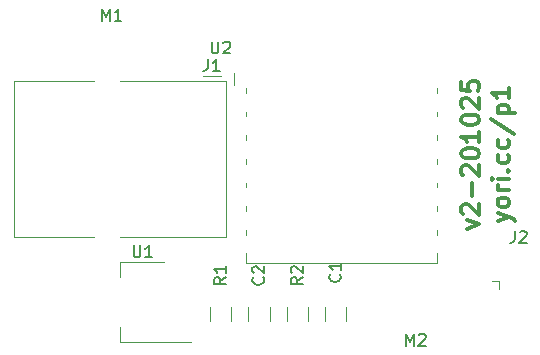
<source format=gbr>
%TF.GenerationSoftware,KiCad,Pcbnew,5.1.6-1*%
%TF.CreationDate,2020-10-25T22:15:29+01:00*%
%TF.ProjectId,meterkast,6d657465-726b-4617-9374-2e6b69636164,rev?*%
%TF.SameCoordinates,Original*%
%TF.FileFunction,Legend,Top*%
%TF.FilePolarity,Positive*%
%FSLAX46Y46*%
G04 Gerber Fmt 4.6, Leading zero omitted, Abs format (unit mm)*
G04 Created by KiCad (PCBNEW 5.1.6-1) date 2020-10-25 22:15:29*
%MOMM*%
%LPD*%
G01*
G04 APERTURE LIST*
%ADD10C,0.300000*%
%ADD11C,0.120000*%
%ADD12C,0.100000*%
%ADD13C,0.150000*%
G04 APERTURE END LIST*
D10*
X108153571Y-131785714D02*
X109153571Y-131428571D01*
X108153571Y-131071428D01*
X107796428Y-130571428D02*
X107725000Y-130500000D01*
X107653571Y-130357142D01*
X107653571Y-130000000D01*
X107725000Y-129857142D01*
X107796428Y-129785714D01*
X107939285Y-129714285D01*
X108082142Y-129714285D01*
X108296428Y-129785714D01*
X109153571Y-130642857D01*
X109153571Y-129714285D01*
X108582142Y-129071428D02*
X108582142Y-127928571D01*
X107796428Y-127285714D02*
X107725000Y-127214285D01*
X107653571Y-127071428D01*
X107653571Y-126714285D01*
X107725000Y-126571428D01*
X107796428Y-126500000D01*
X107939285Y-126428571D01*
X108082142Y-126428571D01*
X108296428Y-126500000D01*
X109153571Y-127357142D01*
X109153571Y-126428571D01*
X107653571Y-125500000D02*
X107653571Y-125357142D01*
X107725000Y-125214285D01*
X107796428Y-125142857D01*
X107939285Y-125071428D01*
X108225000Y-125000000D01*
X108582142Y-125000000D01*
X108867857Y-125071428D01*
X109010714Y-125142857D01*
X109082142Y-125214285D01*
X109153571Y-125357142D01*
X109153571Y-125500000D01*
X109082142Y-125642857D01*
X109010714Y-125714285D01*
X108867857Y-125785714D01*
X108582142Y-125857142D01*
X108225000Y-125857142D01*
X107939285Y-125785714D01*
X107796428Y-125714285D01*
X107725000Y-125642857D01*
X107653571Y-125500000D01*
X109153571Y-123571428D02*
X109153571Y-124428571D01*
X109153571Y-124000000D02*
X107653571Y-124000000D01*
X107867857Y-124142857D01*
X108010714Y-124285714D01*
X108082142Y-124428571D01*
X107653571Y-122642857D02*
X107653571Y-122500000D01*
X107725000Y-122357142D01*
X107796428Y-122285714D01*
X107939285Y-122214285D01*
X108225000Y-122142857D01*
X108582142Y-122142857D01*
X108867857Y-122214285D01*
X109010714Y-122285714D01*
X109082142Y-122357142D01*
X109153571Y-122500000D01*
X109153571Y-122642857D01*
X109082142Y-122785714D01*
X109010714Y-122857142D01*
X108867857Y-122928571D01*
X108582142Y-123000000D01*
X108225000Y-123000000D01*
X107939285Y-122928571D01*
X107796428Y-122857142D01*
X107725000Y-122785714D01*
X107653571Y-122642857D01*
X107796428Y-121571428D02*
X107725000Y-121500000D01*
X107653571Y-121357142D01*
X107653571Y-121000000D01*
X107725000Y-120857142D01*
X107796428Y-120785714D01*
X107939285Y-120714285D01*
X108082142Y-120714285D01*
X108296428Y-120785714D01*
X109153571Y-121642857D01*
X109153571Y-120714285D01*
X107653571Y-119357142D02*
X107653571Y-120071428D01*
X108367857Y-120142857D01*
X108296428Y-120071428D01*
X108225000Y-119928571D01*
X108225000Y-119571428D01*
X108296428Y-119428571D01*
X108367857Y-119357142D01*
X108510714Y-119285714D01*
X108867857Y-119285714D01*
X109010714Y-119357142D01*
X109082142Y-119428571D01*
X109153571Y-119571428D01*
X109153571Y-119928571D01*
X109082142Y-120071428D01*
X109010714Y-120142857D01*
X110703571Y-131178571D02*
X111703571Y-130821428D01*
X110703571Y-130464285D02*
X111703571Y-130821428D01*
X112060714Y-130964285D01*
X112132142Y-131035714D01*
X112203571Y-131178571D01*
X111703571Y-129678571D02*
X111632142Y-129821428D01*
X111560714Y-129892857D01*
X111417857Y-129964285D01*
X110989285Y-129964285D01*
X110846428Y-129892857D01*
X110775000Y-129821428D01*
X110703571Y-129678571D01*
X110703571Y-129464285D01*
X110775000Y-129321428D01*
X110846428Y-129249999D01*
X110989285Y-129178571D01*
X111417857Y-129178571D01*
X111560714Y-129249999D01*
X111632142Y-129321428D01*
X111703571Y-129464285D01*
X111703571Y-129678571D01*
X111703571Y-128535714D02*
X110703571Y-128535714D01*
X110989285Y-128535714D02*
X110846428Y-128464285D01*
X110775000Y-128392857D01*
X110703571Y-128249999D01*
X110703571Y-128107142D01*
X111703571Y-127607142D02*
X110703571Y-127607142D01*
X110203571Y-127607142D02*
X110275000Y-127678571D01*
X110346428Y-127607142D01*
X110275000Y-127535714D01*
X110203571Y-127607142D01*
X110346428Y-127607142D01*
X111560714Y-126892857D02*
X111632142Y-126821428D01*
X111703571Y-126892857D01*
X111632142Y-126964285D01*
X111560714Y-126892857D01*
X111703571Y-126892857D01*
X111632142Y-125535714D02*
X111703571Y-125678571D01*
X111703571Y-125964285D01*
X111632142Y-126107142D01*
X111560714Y-126178571D01*
X111417857Y-126249999D01*
X110989285Y-126249999D01*
X110846428Y-126178571D01*
X110775000Y-126107142D01*
X110703571Y-125964285D01*
X110703571Y-125678571D01*
X110775000Y-125535714D01*
X111632142Y-124249999D02*
X111703571Y-124392857D01*
X111703571Y-124678571D01*
X111632142Y-124821428D01*
X111560714Y-124892857D01*
X111417857Y-124964285D01*
X110989285Y-124964285D01*
X110846428Y-124892857D01*
X110775000Y-124821428D01*
X110703571Y-124678571D01*
X110703571Y-124392857D01*
X110775000Y-124249999D01*
X110132142Y-122535714D02*
X112060714Y-123821428D01*
X110703571Y-122035714D02*
X112203571Y-122035714D01*
X110775000Y-122035714D02*
X110703571Y-121892857D01*
X110703571Y-121607142D01*
X110775000Y-121464285D01*
X110846428Y-121392857D01*
X110989285Y-121321428D01*
X111417857Y-121321428D01*
X111560714Y-121392857D01*
X111632142Y-121464285D01*
X111703571Y-121607142D01*
X111703571Y-121892857D01*
X111632142Y-122035714D01*
X111703571Y-119892857D02*
X111703571Y-120750000D01*
X111703571Y-120321428D02*
X110203571Y-120321428D01*
X110417857Y-120464285D01*
X110560714Y-120607142D01*
X110632142Y-120750000D01*
D11*
%TO.C,C2*%
X91410000Y-138397936D02*
X91410000Y-139602064D01*
X89590000Y-138397936D02*
X89590000Y-139602064D01*
%TO.C,R2*%
X94660000Y-138409936D02*
X94660000Y-139614064D01*
X92840000Y-138409936D02*
X92840000Y-139614064D01*
%TO.C,R1*%
X86340000Y-139614064D02*
X86340000Y-138409936D01*
X88160000Y-139614064D02*
X88160000Y-138409936D01*
%TO.C,U2*%
X105620000Y-133900000D02*
X105620000Y-134720000D01*
X105620000Y-134720000D02*
X89380000Y-134720000D01*
X89380000Y-134720000D02*
X89380000Y-133900000D01*
X88350000Y-118600000D02*
X88350000Y-119600000D01*
X89380000Y-132300000D02*
X89380000Y-131900000D01*
X105620000Y-132300000D02*
X105620000Y-131900000D01*
X89380000Y-130300000D02*
X89380000Y-129900000D01*
X105620000Y-130300000D02*
X105620000Y-129900000D01*
X89380000Y-128300000D02*
X89380000Y-127900000D01*
X105620000Y-128300000D02*
X105620000Y-127900000D01*
X89380000Y-126300000D02*
X89380000Y-125900000D01*
X105620000Y-126300000D02*
X105620000Y-125900000D01*
X89380000Y-124300000D02*
X89380000Y-123900000D01*
X105620000Y-124300000D02*
X105620000Y-123900000D01*
X89380000Y-122300000D02*
X89380000Y-121900000D01*
X105620000Y-122300000D02*
X105620000Y-121900000D01*
X89380000Y-120300000D02*
X89380000Y-119900000D01*
X105620000Y-120300000D02*
X105620000Y-119900000D01*
%TO.C,J2*%
X110865000Y-136270000D02*
X110865000Y-136905000D01*
X110230000Y-136270000D02*
X110865000Y-136270000D01*
%TO.C,J1*%
X85730000Y-118850000D02*
X87260000Y-118850000D01*
X78710000Y-119320000D02*
X87730000Y-119320000D01*
D12*
X78780000Y-119320000D02*
X78710000Y-119320000D01*
D11*
X69730000Y-119320000D02*
X76510000Y-119320000D01*
X69730000Y-132520000D02*
X69730000Y-119320000D01*
D12*
X69740000Y-132520000D02*
X69730000Y-132520000D01*
D11*
X69730000Y-132520000D02*
X76510000Y-132520000D01*
D12*
X69850000Y-132520000D02*
X69730000Y-132520000D01*
D11*
X87730000Y-132520000D02*
X78710000Y-132520000D01*
X87730000Y-119320000D02*
X87730000Y-132520000D01*
%TO.C,U1*%
X78740000Y-134590000D02*
X78740000Y-135850000D01*
X78740000Y-141410000D02*
X78740000Y-140150000D01*
X82500000Y-134590000D02*
X78740000Y-134590000D01*
X84750000Y-141410000D02*
X78740000Y-141410000D01*
%TO.C,C1*%
X96090000Y-139602064D02*
X96090000Y-138397936D01*
X97910000Y-139602064D02*
X97910000Y-138397936D01*
%TO.C,C2*%
D13*
X90857142Y-135916666D02*
X90904761Y-135964285D01*
X90952380Y-136107142D01*
X90952380Y-136202380D01*
X90904761Y-136345238D01*
X90809523Y-136440476D01*
X90714285Y-136488095D01*
X90523809Y-136535714D01*
X90380952Y-136535714D01*
X90190476Y-136488095D01*
X90095238Y-136440476D01*
X90000000Y-136345238D01*
X89952380Y-136202380D01*
X89952380Y-136107142D01*
X90000000Y-135964285D01*
X90047619Y-135916666D01*
X90047619Y-135535714D02*
X90000000Y-135488095D01*
X89952380Y-135392857D01*
X89952380Y-135154761D01*
X90000000Y-135059523D01*
X90047619Y-135011904D01*
X90142857Y-134964285D01*
X90238095Y-134964285D01*
X90380952Y-135011904D01*
X90952380Y-135583333D01*
X90952380Y-134964285D01*
%TO.C,R2*%
X94202380Y-135916166D02*
X93726190Y-136249500D01*
X94202380Y-136487595D02*
X93202380Y-136487595D01*
X93202380Y-136106642D01*
X93250000Y-136011404D01*
X93297619Y-135963785D01*
X93392857Y-135916166D01*
X93535714Y-135916166D01*
X93630952Y-135963785D01*
X93678571Y-136011404D01*
X93726190Y-136106642D01*
X93726190Y-136487595D01*
X93297619Y-135535214D02*
X93250000Y-135487595D01*
X93202380Y-135392357D01*
X93202380Y-135154261D01*
X93250000Y-135059023D01*
X93297619Y-135011404D01*
X93392857Y-134963785D01*
X93488095Y-134963785D01*
X93630952Y-135011404D01*
X94202380Y-135582833D01*
X94202380Y-134963785D01*
%TO.C,R1*%
X87702380Y-135916166D02*
X87226190Y-136249500D01*
X87702380Y-136487595D02*
X86702380Y-136487595D01*
X86702380Y-136106642D01*
X86750000Y-136011404D01*
X86797619Y-135963785D01*
X86892857Y-135916166D01*
X87035714Y-135916166D01*
X87130952Y-135963785D01*
X87178571Y-136011404D01*
X87226190Y-136106642D01*
X87226190Y-136487595D01*
X87702380Y-134963785D02*
X87702380Y-135535214D01*
X87702380Y-135249500D02*
X86702380Y-135249500D01*
X86845238Y-135344738D01*
X86940476Y-135439976D01*
X86988095Y-135535214D01*
%TO.C,M2*%
X102940476Y-141702380D02*
X102940476Y-140702380D01*
X103273809Y-141416666D01*
X103607142Y-140702380D01*
X103607142Y-141702380D01*
X104035714Y-140797619D02*
X104083333Y-140750000D01*
X104178571Y-140702380D01*
X104416666Y-140702380D01*
X104511904Y-140750000D01*
X104559523Y-140797619D01*
X104607142Y-140892857D01*
X104607142Y-140988095D01*
X104559523Y-141130952D01*
X103988095Y-141702380D01*
X104607142Y-141702380D01*
%TO.C,M1*%
X77190476Y-114202380D02*
X77190476Y-113202380D01*
X77523809Y-113916666D01*
X77857142Y-113202380D01*
X77857142Y-114202380D01*
X78857142Y-114202380D02*
X78285714Y-114202380D01*
X78571428Y-114202380D02*
X78571428Y-113202380D01*
X78476190Y-113345238D01*
X78380952Y-113440476D01*
X78285714Y-113488095D01*
%TO.C,U2*%
X86488095Y-115952380D02*
X86488095Y-116761904D01*
X86535714Y-116857142D01*
X86583333Y-116904761D01*
X86678571Y-116952380D01*
X86869047Y-116952380D01*
X86964285Y-116904761D01*
X87011904Y-116857142D01*
X87059523Y-116761904D01*
X87059523Y-115952380D01*
X87488095Y-116047619D02*
X87535714Y-116000000D01*
X87630952Y-115952380D01*
X87869047Y-115952380D01*
X87964285Y-116000000D01*
X88011904Y-116047619D01*
X88059523Y-116142857D01*
X88059523Y-116238095D01*
X88011904Y-116380952D01*
X87440476Y-116952380D01*
X88059523Y-116952380D01*
%TO.C,J2*%
X112166666Y-131992380D02*
X112166666Y-132706666D01*
X112119047Y-132849523D01*
X112023809Y-132944761D01*
X111880952Y-132992380D01*
X111785714Y-132992380D01*
X112595238Y-132087619D02*
X112642857Y-132040000D01*
X112738095Y-131992380D01*
X112976190Y-131992380D01*
X113071428Y-132040000D01*
X113119047Y-132087619D01*
X113166666Y-132182857D01*
X113166666Y-132278095D01*
X113119047Y-132420952D01*
X112547619Y-132992380D01*
X113166666Y-132992380D01*
%TO.C,J1*%
X86166666Y-117452380D02*
X86166666Y-118166666D01*
X86119047Y-118309523D01*
X86023809Y-118404761D01*
X85880952Y-118452380D01*
X85785714Y-118452380D01*
X87166666Y-118452380D02*
X86595238Y-118452380D01*
X86880952Y-118452380D02*
X86880952Y-117452380D01*
X86785714Y-117595238D01*
X86690476Y-117690476D01*
X86595238Y-117738095D01*
%TO.C,U1*%
X79888095Y-133202380D02*
X79888095Y-134011904D01*
X79935714Y-134107142D01*
X79983333Y-134154761D01*
X80078571Y-134202380D01*
X80269047Y-134202380D01*
X80364285Y-134154761D01*
X80411904Y-134107142D01*
X80459523Y-134011904D01*
X80459523Y-133202380D01*
X81459523Y-134202380D02*
X80888095Y-134202380D01*
X81173809Y-134202380D02*
X81173809Y-133202380D01*
X81078571Y-133345238D01*
X80983333Y-133440476D01*
X80888095Y-133488095D01*
%TO.C,C1*%
X97357142Y-135666666D02*
X97404761Y-135714285D01*
X97452380Y-135857142D01*
X97452380Y-135952380D01*
X97404761Y-136095238D01*
X97309523Y-136190476D01*
X97214285Y-136238095D01*
X97023809Y-136285714D01*
X96880952Y-136285714D01*
X96690476Y-136238095D01*
X96595238Y-136190476D01*
X96500000Y-136095238D01*
X96452380Y-135952380D01*
X96452380Y-135857142D01*
X96500000Y-135714285D01*
X96547619Y-135666666D01*
X97452380Y-134714285D02*
X97452380Y-135285714D01*
X97452380Y-135000000D02*
X96452380Y-135000000D01*
X96595238Y-135095238D01*
X96690476Y-135190476D01*
X96738095Y-135285714D01*
%TD*%
M02*

</source>
